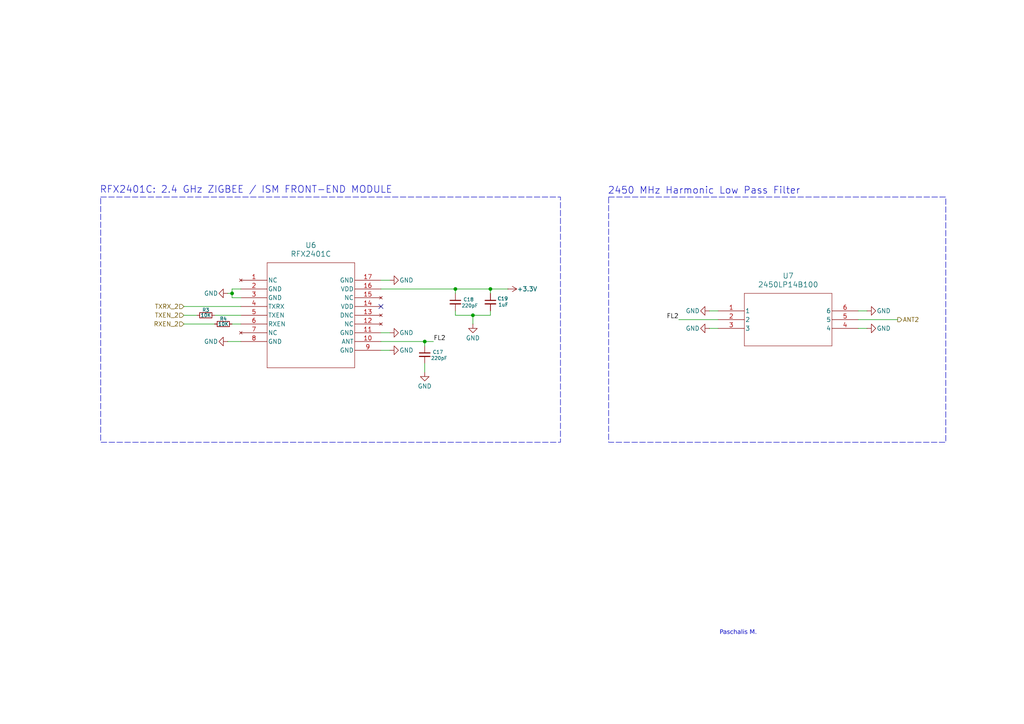
<source format=kicad_sch>
(kicad_sch (version 20250114) (generator "eeschema") (generator_version "9.0")
  (paper "A4")
  (title_block (title "RFX2401C: 2.4 GHz ZIGBEE / ISM FRONT-END MODULE") (date "2025-02-23") (rev "1.0") (company "https://github.com/Paschalis"))
  (lib_symbols
    (symbol "2450LP14B100:2450LP14B100" (pin_names (offset 0.254))
      (property "Reference" "U" (at 20.32 10.16 0))
      (property "Value" "2450LP14B100" (at 20.32 7.62 0))
      (symbol "2450LP14B100_0_1"
        (polyline (pts (xy 7.62 5.08) (xy 7.62 -10.16)) (stroke (width 0.127)))
        (polyline (pts (xy 7.62 -10.16) (xy 33.02 -10.16)) (stroke (width 0.127)))
        (polyline (pts (xy 33.02 5.08) (xy 7.62 5.08)) (stroke (width 0.127)))
        (polyline (pts (xy 33.02 -10.16) (xy 33.02 5.08)) (stroke (width 0.127)))
        (pin unspecified line (at 0 0 0) (length 7.62) (name "1") (number "1"))
        (pin unspecified line (at 0 -2.54 0) (length 7.62) (name "2") (number "2"))
        (pin unspecified line (at 0 -5.08 0) (length 7.62) (name "3") (number "3"))
        (pin unspecified line (at 40.64 0 180) (length 7.62) (name "6") (number "6"))
        (pin unspecified line (at 40.64 -2.54 180) (length 7.62) (name "5") (number "5"))
        (pin unspecified line (at 40.64 -5.08 180) (length 7.62) (name "4") (number "4"))
      )
    )
    (symbol "Device:C_Small" (pin_numbers (hide yes)) (pin_names (offset 0.254) (hide yes))
      (property "Reference" "C" (at 0.254 1.778 0))
      (property "Value" "C_Small" (at 0.254 -2.032 0))
      (symbol "C_Small_0_1"
        (polyline (pts (xy -1.524 0.508) (xy 1.524 0.508)) (stroke (width 0.3048)))
        (polyline (pts (xy -1.524 -0.508) (xy 1.524 -0.508)) (stroke (width 0.3302)))
      )
      (symbol "C_Small_1_1"
        (pin passive line (at 0 2.54 270) (length 2.032) (name "~") (number "1"))
        (pin passive line (at 0 -2.54 90) (length 2.032) (name "~") (number "2"))
      )
    )
    (symbol "Device:R_Small" (pin_numbers (hide yes)) (pin_names (offset 0.254) (hide yes))
      (property "Reference" "R" (at 0.762 0.508 0))
      (property "Value" "R_Small" (at 0.762 -1.016 0))
      (symbol "R_Small_0_1"
        (rectangle (start -0.762 1.778) (end 0.762 -1.778) (stroke (width 0.2032)))
      )
      (symbol "R_Small_1_1"
        (pin passive line (at 0 2.54 270) (length 0.762) (name "~") (number "1"))
        (pin passive line (at 0 -2.54 90) (length 0.762) (name "~") (number "2"))
      )
    )
    (symbol "RFX2401C:RFX2401C" (pin_names (offset 0.254))
      (property "Reference" "U" (at 20.32 10.16 0))
      (property "Value" "RFX2401C" (at 20.32 7.62 0))
      (symbol "RFX2401C_0_1"
        (polyline (pts (xy 7.62 5.08) (xy 7.62 -25.4)) (stroke (width 0.127)))
        (polyline (pts (xy 7.62 -25.4) (xy 33.02 -25.4)) (stroke (width 0.127)))
        (polyline (pts (xy 33.02 5.08) (xy 7.62 5.08)) (stroke (width 0.127)))
        (polyline (pts (xy 33.02 -25.4) (xy 33.02 5.08)) (stroke (width 0.127)))
        (pin no_connect line (at 0 0 0) (length 7.62) (name "NC") (number "1"))
        (pin power_out line (at 0 -2.54 0) (length 7.62) (name "GND") (number "2"))
        (pin power_out line (at 0 -5.08 0) (length 7.62) (name "GND") (number "3"))
        (pin unspecified line (at 0 -7.62 0) (length 7.62) (name "TXRX") (number "4"))
        (pin input line (at 0 -10.16 0) (length 7.62) (name "TXEN") (number "5"))
        (pin input line (at 0 -12.7 0) (length 7.62) (name "RXEN") (number "6"))
        (pin no_connect line (at 0 -15.24 0) (length 7.62) (name "NC") (number "7"))
        (pin power_out line (at 0 -17.78 0) (length 7.62) (name "GND") (number "8"))
        (pin power_out line (at 40.64 0 180) (length 7.62) (name "GND") (number "17"))
        (pin power_in line (at 40.64 -2.54 180) (length 7.62) (name "VDD") (number "16"))
        (pin no_connect line (at 40.64 -5.08 180) (length 7.62) (name "NC") (number "15"))
        (pin power_in line (at 40.64 -7.62 180) (length 7.62) (name "VDD") (number "14"))
        (pin no_connect line (at 40.64 -10.16 180) (length 7.62) (name "DNC") (number "13"))
        (pin no_connect line (at 40.64 -12.7 180) (length 7.62) (name "NC") (number "12"))
        (pin power_out line (at 40.64 -15.24 180) (length 7.62) (name "GND") (number "11"))
        (pin unspecified line (at 40.64 -17.78 180) (length 7.62) (name "ANT") (number "10"))
        (pin power_out line (at 40.64 -20.32 180) (length 7.62) (name "GND") (number "9"))
      )
    )
    (symbol "power:+3.3V" (power) (pin_numbers (hide yes)) (pin_names (offset 0) (hide yes))
      (property "Value" "+3.3V" (at 0 3.556 0))
      (symbol "+3.3V_0_1"
        (polyline (pts (xy -0.762 1.27) (xy 0 2.54)))
        (polyline (pts (xy 0 2.54) (xy 0.762 1.27)))
        (polyline (pts (xy 0 0) (xy 0 2.54)))
      )
      (symbol "+3.3V_1_1"
        (pin power_in line (at 0 0 90) (length 0) (name "~") (number "1"))
      )
    )
    (symbol "power:GND" (power) (pin_numbers (hide yes)) (pin_names (offset 0) (hide yes))
      (property "Value" "GND" (at 0 -3.81 0))
      (symbol "GND_0_1"
        (polyline (pts (xy 0 0) (xy 0 -1.27) (xy 1.27 -1.27) (xy 0 -2.54) (xy -1.27 -1.27) (xy 0 -1.27)))
      )
      (symbol "GND_1_1"
        (pin power_in line (at 0 0 270) (length 0) (name "~") (number "1"))
      )
    )
  )
  (rectangle (start 176.53 57.15) (end 274.32 128.27) (stroke (width 0) (type dash)))
  (rectangle (start 29.21 57.15) (end 162.56 128.27) (stroke (width 0) (type dash)))
  (text "RFX2401C: 2.4 GHz ZIGBEE / ISM FRONT-END MODULE" (at 71.374 55.118 0) (effects (font (size 2 2))))
  (text "Paschalis M." (at 214.122 183.896 0) (effects (font (size 1.27 1.27))))
  (text "2450 MHz Harmonic Low Pass Filter" (at 204.216 55.372 0) (effects (font (size 2 2))))
  (junction (at 123.19 99.06))
  (junction (at 67.31 85.09))
  (junction (at 142.24 83.82))
  (junction (at 137.16 91.44))
  (junction (at 132.08 83.82))
  (no_connect (at 110.49 88.9))
  (wire (pts (xy 67.31 85.09) (xy 66.04 85.09)))
  (wire (pts (xy 248.92 90.17) (xy 251.46 90.17)))
  (wire (pts (xy 67.31 83.82) (xy 69.85 83.82)))
  (wire (pts (xy 137.16 91.44) (xy 137.16 93.98)))
  (wire (pts (xy 66.04 99.06) (xy 69.85 99.06)))
  (wire (pts (xy 132.08 83.82) (xy 142.24 83.82)))
  (wire (pts (xy 62.23 91.44) (xy 69.85 91.44)))
  (wire (pts (xy 67.31 93.98) (xy 69.85 93.98)))
  (wire (pts (xy 132.08 91.44) (xy 137.16 91.44)))
  (wire (pts (xy 123.19 105.41) (xy 123.19 107.95)))
  (wire (pts (xy 110.49 96.52) (xy 113.03 96.52)))
  (wire (pts (xy 205.74 90.17) (xy 208.28 90.17)))
  (wire (pts (xy 248.92 95.25) (xy 251.46 95.25)))
  (wire (pts (xy 123.19 99.06) (xy 125.73 99.06)))
  (wire (pts (xy 132.08 83.82) (xy 132.08 85.09)))
  (wire (pts (xy 53.34 93.98) (xy 62.23 93.98)))
  (wire (pts (xy 110.49 81.28) (xy 113.03 81.28)))
  (wire (pts (xy 205.74 95.25) (xy 208.28 95.25)))
  (wire (pts (xy 132.08 90.17) (xy 132.08 91.44)))
  (wire (pts (xy 110.49 83.82) (xy 132.08 83.82)))
  (wire (pts (xy 142.24 83.82) (xy 142.24 85.09)))
  (wire (pts (xy 142.24 83.82) (xy 147.32 83.82)))
  (wire (pts (xy 110.49 101.6) (xy 113.03 101.6)))
  (wire (pts (xy 123.19 99.06) (xy 123.19 100.33)))
  (wire (pts (xy 69.85 88.9) (xy 53.34 88.9)))
  (wire (pts (xy 196.85 92.71) (xy 208.28 92.71)))
  (wire (pts (xy 110.49 99.06) (xy 123.19 99.06)))
  (wire (pts (xy 67.31 85.09) (xy 67.31 83.82)))
  (wire (pts (xy 248.92 92.71) (xy 260.35 92.71)))
  (wire (pts (xy 137.16 91.44) (xy 142.24 91.44)))
  (wire (pts (xy 53.34 91.44) (xy 57.15 91.44)))
  (wire (pts (xy 69.85 86.36) (xy 67.31 86.36)))
  (wire (pts (xy 142.24 91.44) (xy 142.24 90.17)))
  (wire (pts (xy 67.31 86.36) (xy 67.31 85.09)))
  (label "FL2" (at 196.85 92.71 180))
  (label "FL2" (at 125.73 99.06 0))
  (hierarchical_label "ANT2" (shape output) (at 260.35 92.71 0))
  (hierarchical_label "TXEN_2" (shape input) (at 53.34 91.44 180))
  (hierarchical_label "RXEN_2" (shape input) (at 53.34 93.98 180))
  (hierarchical_label "TXRX_2" (shape input) (at 53.34 88.9 180))
  (symbol (lib_id "power:GND") (at 251.46 90.17 90) (unit 1)
    (property "Reference" "#PWR65" (effects (hide yes)))
    (property "Value" "GND" (at 254.254 90.17 90) (effects (justify right)))
    (property "Description" "Power symbol creates a global label with name \"GND\" , ground" (effects (hide yes)))
  )
  (symbol (lib_id "power:GND") (at 251.46 95.25 90) (unit 1)
    (property "Reference" "#PWR66" (effects (hide yes)))
    (property "Value" "GND" (at 254.254 95.25 90) (effects (justify right)))
    (property "Description" "Power symbol creates a global label with name \"GND\" , ground" (effects (hide yes)))
  )
  (symbol (lib_id "RFX2401C:RFX2401C") (at 69.85 81.28 0) (unit 1)
    (property "Reference" "U6" (at 90.17 71.12 0) (effects (font (size 1.524 1.524))))
    (property "Value" "RFX2401C" (at 90.17 73.66 0) (effects (font (size 1.524 1.524))))
    (property "Footprint" "RFX2401C:RFX2401C_SKY" (effects (hide yes)))
    (property "Datasheet" "RFX2401C" (effects (hide yes)))
  )
  (symbol (lib_id "power:GND") (at 113.03 96.52 90) (unit 1)
    (property "Reference" "#PWR58" (effects (hide yes)))
    (property "Value" "GND" (at 115.824 96.52 90) (effects (justify right)))
    (property "Description" "Power symbol creates a global label with name \"GND\" , ground" (effects (hide yes)))
  )
  (symbol (lib_id "Device:R_Small") (at 64.77 93.98 90) (unit 1)
    (property "Reference" "R4" (at 64.77 92.456 90) (effects (font (size 1 1))))
    (property "Value" "10K" (at 64.77 93.98 90) (effects (font (size 1 1))))
    (property "Footprint" "Resistor_SMD:R_0603_1608Metric_Pad0.98x0.95mm_HandSolder" (effects (hide yes)))
    (property "Description" "Resistor, small symbol" (effects (hide yes)))
  )
  (symbol (lib_id "power:GND") (at 123.19 107.95 0) (unit 1)
    (property "Reference" "#PWR60" (effects (hide yes)))
    (property "Value" "GND" (at 125.222 112.014 0) (effects (justify right)))
    (property "Description" "Power symbol creates a global label with name \"GND\" , ground" (effects (hide yes)))
  )
  (symbol (lib_id "Device:C_Small") (at 123.19 102.87 0) (unit 1)
    (property "Reference" "C17" (at 125.476 102.108 0) (effects (font (size 1 1)) (justify left)))
    (property "Value" "220pF" (at 124.968 103.886 0) (effects (font (size 1 1)) (justify left)))
    (property "Footprint" "Capacitor_SMD:C_0603_1608Metric_Pad1.08x0.95mm_HandSolder" (effects (hide yes)))
    (property "Description" "Unpolarized capacitor, small symbol" (effects (hide yes)))
  )
  (symbol (lib_id "power:+3.3V") (at 147.32 83.82 270) (unit 1)
    (property "Reference" "#PWR62" (effects (hide yes)))
    (property "Value" "+3.3V" (at 152.908 83.82 90))
    (property "Description" "Power symbol creates a global label with name \"+3.3V\"" (effects (hide yes)))
  )
  (symbol (lib_id "Device:C_Small") (at 132.08 87.63 0) (unit 1)
    (property "Reference" "C18" (at 134.366 86.868 0) (effects (font (size 1 1)) (justify left)))
    (property "Value" "220pF" (at 133.858 88.646 0) (effects (font (size 1 1)) (justify left)))
    (property "Footprint" "Capacitor_SMD:C_0603_1608Metric_Pad1.08x0.95mm_HandSolder" (effects (hide yes)))
    (property "Description" "Unpolarized capacitor, small symbol" (effects (hide yes)))
  )
  (symbol (lib_id "power:GND") (at 66.04 85.09 270) (mirror x) (unit 1)
    (property "Reference" "#PWR55" (effects (hide yes)))
    (property "Value" "GND" (at 63.246 85.09 90) (effects (justify right)))
    (property "Description" "Power symbol creates a global label with name \"GND\" , ground" (effects (hide yes)))
  )
  (symbol (lib_id "power:GND") (at 205.74 90.17 270) (mirror x) (unit 1)
    (property "Reference" "#PWR63" (effects (hide yes)))
    (property "Value" "GND" (at 202.946 90.17 90) (effects (justify right)))
    (property "Description" "Power symbol creates a global label with name \"GND\" , ground" (effects (hide yes)))
  )
  (symbol (lib_id "power:GND") (at 66.04 99.06 270) (mirror x) (unit 1)
    (property "Reference" "#PWR56" (effects (hide yes)))
    (property "Value" "GND" (at 63.246 99.06 90) (effects (justify right)))
    (property "Description" "Power symbol creates a global label with name \"GND\" , ground" (effects (hide yes)))
  )
  (symbol (lib_id "Device:R_Small") (at 59.69 91.44 90) (unit 1)
    (property "Reference" "R3" (at 59.69 89.916 90) (effects (font (size 1 1) (thickness 0.125))))
    (property "Value" "10K" (at 59.69 91.44 90) (effects (font (size 1 1))))
    (property "Footprint" "Resistor_SMD:R_0603_1608Metric_Pad0.98x0.95mm_HandSolder" (effects (hide yes)))
    (property "Description" "Resistor, small symbol" (effects (hide yes)))
  )
  (symbol (lib_id "2450LP14B100:2450LP14B100") (at 208.28 90.17 0) (unit 1)
    (property "Reference" "U7" (at 228.6 80.01 0) (effects (font (size 1.524 1.524))))
    (property "Value" "2450LP14B100" (at 228.6 82.55 0) (effects (font (size 1.524 1.524))))
    (property "Footprint" "2450LP14B100:CHIP_SMD_1P6XP8_JOD" (effects (hide yes)))
    (property "Datasheet" "2450LP14B100" (effects (hide yes)))
  )
  (symbol (lib_id "power:GND") (at 113.03 81.28 90) (unit 1)
    (property "Reference" "#PWR57" (effects (hide yes)))
    (property "Value" "GND" (at 115.824 81.28 90) (effects (justify right)))
    (property "Description" "Power symbol creates a global label with name \"GND\" , ground" (effects (hide yes)))
  )
  (symbol (lib_id "power:GND") (at 113.03 101.6 90) (unit 1)
    (property "Reference" "#PWR59" (effects (hide yes)))
    (property "Value" "GND" (at 115.824 101.6 90) (effects (justify right)))
    (property "Description" "Power symbol creates a global label with name \"GND\" , ground" (effects (hide yes)))
  )
  (symbol (lib_id "power:GND") (at 137.16 93.98 0) (unit 1)
    (property "Reference" "#PWR61" (effects (hide yes)))
    (property "Value" "GND" (at 139.192 98.044 0) (effects (justify right)))
    (property "Description" "Power symbol creates a global label with name \"GND\" , ground" (effects (hide yes)))
  )
  (symbol (lib_id "Device:C_Small") (at 142.24 87.63 0) (unit 1)
    (property "Reference" "C19" (at 144.272 86.614 0) (effects (font (size 1 1)) (justify left)))
    (property "Value" "1uF" (at 144.526 88.392 0) (effects (font (size 1 1)) (justify left)))
    (property "Footprint" "Capacitor_SMD:C_0603_1608Metric_Pad1.08x0.95mm_HandSolder" (effects (hide yes)))
    (property "Description" "Unpolarized capacitor, small symbol" (effects (hide yes)))
  )
  (symbol (lib_id "power:GND") (at 205.74 95.25 270) (mirror x) (unit 1)
    (property "Reference" "#PWR64" (effects (hide yes)))
    (property "Value" "GND" (at 202.946 95.25 90) (effects (justify right)))
    (property "Description" "Power symbol creates a global label with name \"GND\" , ground" (effects (hide yes)))
  )
)
</source>
